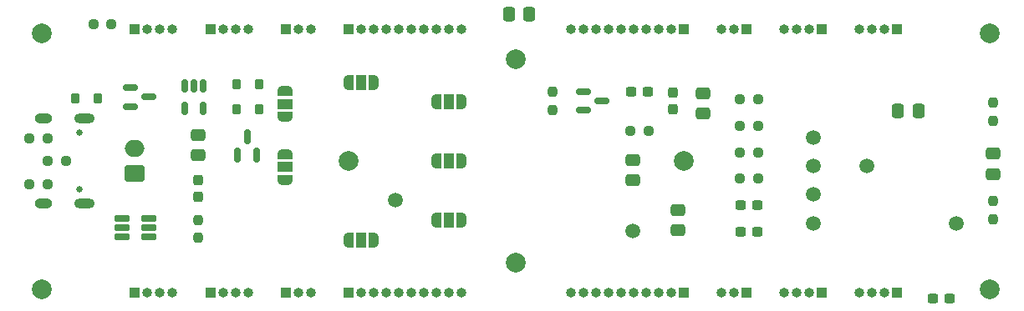
<source format=gbr>
%TF.GenerationSoftware,KiCad,Pcbnew,8.0.0*%
%TF.CreationDate,2024-12-15T19:06:57+00:00*%
%TF.ProjectId,main-board,6d61696e-2d62-46f6-9172-642e6b696361,rev?*%
%TF.SameCoordinates,Original*%
%TF.FileFunction,Soldermask,Bot*%
%TF.FilePolarity,Negative*%
%FSLAX46Y46*%
G04 Gerber Fmt 4.6, Leading zero omitted, Abs format (unit mm)*
G04 Created by KiCad (PCBNEW 8.0.0) date 2024-12-15 19:06:57*
%MOMM*%
%LPD*%
G01*
G04 APERTURE LIST*
G04 Aperture macros list*
%AMRoundRect*
0 Rectangle with rounded corners*
0 $1 Rounding radius*
0 $2 $3 $4 $5 $6 $7 $8 $9 X,Y pos of 4 corners*
0 Add a 4 corners polygon primitive as box body*
4,1,4,$2,$3,$4,$5,$6,$7,$8,$9,$2,$3,0*
0 Add four circle primitives for the rounded corners*
1,1,$1+$1,$2,$3*
1,1,$1+$1,$4,$5*
1,1,$1+$1,$6,$7*
1,1,$1+$1,$8,$9*
0 Add four rect primitives between the rounded corners*
20,1,$1+$1,$2,$3,$4,$5,0*
20,1,$1+$1,$4,$5,$6,$7,0*
20,1,$1+$1,$6,$7,$8,$9,0*
20,1,$1+$1,$8,$9,$2,$3,0*%
%AMFreePoly0*
4,1,19,0.550000,-0.750000,0.000000,-0.750000,0.000000,-0.744911,-0.071157,-0.744911,-0.207708,-0.704816,-0.327430,-0.627875,-0.420627,-0.520320,-0.479746,-0.390866,-0.500000,-0.250000,-0.500000,0.250000,-0.479746,0.390866,-0.420627,0.520320,-0.327430,0.627875,-0.207708,0.704816,-0.071157,0.744911,0.000000,0.744911,0.000000,0.750000,0.550000,0.750000,0.550000,-0.750000,0.550000,-0.750000,
$1*%
%AMFreePoly1*
4,1,19,0.000000,0.744911,0.071157,0.744911,0.207708,0.704816,0.327430,0.627875,0.420627,0.520320,0.479746,0.390866,0.500000,0.250000,0.500000,-0.250000,0.479746,-0.390866,0.420627,-0.520320,0.327430,-0.627875,0.207708,-0.704816,0.071157,-0.744911,0.000000,-0.744911,0.000000,-0.750000,-0.550000,-0.750000,-0.550000,0.750000,0.000000,0.750000,0.000000,0.744911,0.000000,0.744911,
$1*%
G04 Aperture macros list end*
%ADD10R,1.000000X1.000000*%
%ADD11O,1.000000X1.000000*%
%ADD12C,2.000000*%
%ADD13C,0.650000*%
%ADD14O,2.100000X1.000000*%
%ADD15O,1.800000X1.000000*%
%ADD16RoundRect,0.250000X-0.475000X0.337500X-0.475000X-0.337500X0.475000X-0.337500X0.475000X0.337500X0*%
%ADD17C,1.500000*%
%ADD18RoundRect,0.237500X-0.250000X-0.237500X0.250000X-0.237500X0.250000X0.237500X-0.250000X0.237500X0*%
%ADD19RoundRect,0.150000X-0.150000X0.512500X-0.150000X-0.512500X0.150000X-0.512500X0.150000X0.512500X0*%
%ADD20RoundRect,0.250000X0.475000X-0.337500X0.475000X0.337500X-0.475000X0.337500X-0.475000X-0.337500X0*%
%ADD21FreePoly0,90.000000*%
%ADD22R,1.500000X1.000000*%
%ADD23FreePoly1,90.000000*%
%ADD24FreePoly0,180.000000*%
%ADD25R,1.000000X1.500000*%
%ADD26FreePoly1,180.000000*%
%ADD27RoundRect,0.237500X-0.237500X0.250000X-0.237500X-0.250000X0.237500X-0.250000X0.237500X0.250000X0*%
%ADD28RoundRect,0.250000X0.337500X0.475000X-0.337500X0.475000X-0.337500X-0.475000X0.337500X-0.475000X0*%
%ADD29RoundRect,0.162500X0.617500X0.162500X-0.617500X0.162500X-0.617500X-0.162500X0.617500X-0.162500X0*%
%ADD30RoundRect,0.102000X0.315000X0.415000X-0.315000X0.415000X-0.315000X-0.415000X0.315000X-0.415000X0*%
%ADD31RoundRect,0.150000X0.150000X-0.587500X0.150000X0.587500X-0.150000X0.587500X-0.150000X-0.587500X0*%
%ADD32RoundRect,0.237500X-0.300000X-0.237500X0.300000X-0.237500X0.300000X0.237500X-0.300000X0.237500X0*%
%ADD33RoundRect,0.237500X0.250000X0.237500X-0.250000X0.237500X-0.250000X-0.237500X0.250000X-0.237500X0*%
%ADD34RoundRect,0.250000X-0.337500X-0.475000X0.337500X-0.475000X0.337500X0.475000X-0.337500X0.475000X0*%
%ADD35RoundRect,0.237500X0.237500X-0.250000X0.237500X0.250000X-0.237500X0.250000X-0.237500X-0.250000X0*%
%ADD36RoundRect,0.237500X0.300000X0.237500X-0.300000X0.237500X-0.300000X-0.237500X0.300000X-0.237500X0*%
%ADD37RoundRect,0.250000X0.750000X-0.600000X0.750000X0.600000X-0.750000X0.600000X-0.750000X-0.600000X0*%
%ADD38O,2.000000X1.700000*%
%ADD39RoundRect,0.150000X-0.587500X-0.150000X0.587500X-0.150000X0.587500X0.150000X-0.587500X0.150000X0*%
%ADD40RoundRect,0.237500X0.237500X-0.300000X0.237500X0.300000X-0.237500X0.300000X-0.237500X-0.300000X0*%
%ADD41RoundRect,0.102000X-0.315000X-0.415000X0.315000X-0.415000X0.315000X0.415000X-0.315000X0.415000X0*%
G04 APERTURE END LIST*
D10*
%TO.C,SW_C1*%
X76650000Y-113400000D03*
D11*
X77920000Y-113400000D03*
X79190000Y-113400000D03*
%TD*%
D12*
%TO.C,H3*%
X100000000Y-89700000D03*
%TD*%
%TO.C,H8*%
X117000000Y-100000000D03*
%TD*%
%TO.C,H1*%
X52000000Y-87000000D03*
%TD*%
%TO.C,H5*%
X148000000Y-87000000D03*
%TD*%
D10*
%TO.C,PWR1*%
X61400000Y-113400000D03*
D11*
X62670000Y-113400000D03*
X63940000Y-113400000D03*
X65210000Y-113400000D03*
%TD*%
D10*
%TO.C,DD1*%
X83005000Y-113400000D03*
D11*
X84275000Y-113400000D03*
X85545000Y-113400000D03*
X86815000Y-113400000D03*
X88085000Y-113400000D03*
X89355000Y-113400000D03*
X90625000Y-113400000D03*
X91895000Y-113400000D03*
X93165000Y-113400000D03*
X94435000Y-113400000D03*
%TD*%
D12*
%TO.C,H6*%
X148000000Y-113000000D03*
%TD*%
D10*
%TO.C,CA3*%
X69025000Y-86600000D03*
D11*
X70295000Y-86600000D03*
X71565000Y-86600000D03*
X72835000Y-86600000D03*
%TD*%
D10*
%TO.C,SW_C2*%
X123350000Y-113400000D03*
D11*
X122080000Y-113400000D03*
X120810000Y-113400000D03*
%TD*%
D10*
%TO.C,CA1*%
X69025000Y-113400000D03*
D11*
X70295000Y-113400000D03*
X71565000Y-113400000D03*
X72835000Y-113400000D03*
%TD*%
D12*
%TO.C,H4*%
X100000000Y-110300000D03*
%TD*%
D10*
%TO.C,DD4*%
X116995000Y-86600000D03*
D11*
X115725000Y-86600000D03*
X114455000Y-86600000D03*
X113185000Y-86600000D03*
X111915000Y-86600000D03*
X110645000Y-86600000D03*
X109375000Y-86600000D03*
X108105000Y-86600000D03*
X106835000Y-86600000D03*
X105565000Y-86600000D03*
%TD*%
D10*
%TO.C,DD2*%
X116995000Y-113400000D03*
D11*
X115725000Y-113400000D03*
X114455000Y-113400000D03*
X113185000Y-113400000D03*
X111915000Y-113400000D03*
X110645000Y-113400000D03*
X109375000Y-113400000D03*
X108105000Y-113400000D03*
X106835000Y-113400000D03*
X105565000Y-113400000D03*
%TD*%
D10*
%TO.C,SW_C4*%
X123350000Y-86600000D03*
D11*
X122080000Y-86600000D03*
X120810000Y-86600000D03*
%TD*%
D10*
%TO.C,PWR2*%
X138600000Y-113400000D03*
D11*
X137330000Y-113400000D03*
X136060000Y-113400000D03*
X134790000Y-113400000D03*
%TD*%
D12*
%TO.C,H7*%
X83000000Y-100000000D03*
%TD*%
D10*
%TO.C,CA4*%
X130975000Y-86600000D03*
D11*
X129705000Y-86600000D03*
X128435000Y-86600000D03*
X127165000Y-86600000D03*
%TD*%
D12*
%TO.C,H2*%
X52000000Y-113000000D03*
%TD*%
D10*
%TO.C,SW_C3*%
X76650000Y-86600000D03*
D11*
X77920000Y-86600000D03*
X79190000Y-86600000D03*
%TD*%
D10*
%TO.C,PWR4*%
X138600000Y-86600000D03*
D11*
X137330000Y-86600000D03*
X136060000Y-86600000D03*
X134790000Y-86600000D03*
%TD*%
D10*
%TO.C,PWR3*%
X61400000Y-86600000D03*
D11*
X62670000Y-86600000D03*
X63940000Y-86600000D03*
X65210000Y-86600000D03*
%TD*%
D13*
%TO.C,J1*%
X55780000Y-97090000D03*
X55780000Y-102870000D03*
D14*
X56280000Y-95660000D03*
D15*
X52100000Y-95660000D03*
D14*
X56280000Y-104300000D03*
D15*
X52100000Y-104300000D03*
%TD*%
D10*
%TO.C,DD3*%
X83005000Y-86600000D03*
D11*
X84275000Y-86600000D03*
X85545000Y-86600000D03*
X86815000Y-86600000D03*
X88085000Y-86600000D03*
X89355000Y-86600000D03*
X90625000Y-86600000D03*
X91895000Y-86600000D03*
X93165000Y-86600000D03*
X94435000Y-86600000D03*
%TD*%
D10*
%TO.C,CA2*%
X130975000Y-113400000D03*
D11*
X129705000Y-113400000D03*
X128435000Y-113400000D03*
X127165000Y-113400000D03*
%TD*%
D16*
%TO.C,C16*%
X67800000Y-97362500D03*
X67800000Y-99437500D03*
%TD*%
D17*
%TO.C,GND*%
X130100000Y-106300000D03*
%TD*%
D18*
%TO.C,R9*%
X122687500Y-96400000D03*
X124512500Y-96400000D03*
%TD*%
D19*
%TO.C,U5*%
X66437500Y-92375000D03*
X67387500Y-92375000D03*
X68337500Y-92375000D03*
X68337500Y-94650000D03*
X66437500Y-94650000D03*
%TD*%
D20*
%TO.C,C1*%
X148300000Y-101337500D03*
X148300000Y-99262500D03*
%TD*%
D21*
%TO.C,SW_2*%
X76600000Y-101900000D03*
D22*
X76600000Y-100600000D03*
D23*
X76600000Y-99300000D03*
%TD*%
D24*
%TO.C,ALT_A1*%
X85600000Y-108000000D03*
D25*
X84300000Y-108000000D03*
D26*
X83000000Y-108000000D03*
%TD*%
D27*
%TO.C,R12*%
X103700000Y-92987500D03*
X103700000Y-94812500D03*
%TD*%
D28*
%TO.C,C3*%
X140737500Y-94900000D03*
X138662500Y-94900000D03*
%TD*%
D29*
%TO.C,U7*%
X62800000Y-105825000D03*
X62800000Y-106775000D03*
X62800000Y-107725000D03*
X60100000Y-107725000D03*
X60100000Y-106775000D03*
X60100000Y-105825000D03*
%TD*%
D30*
%TO.C,D9*%
X71650000Y-94700000D03*
X73950000Y-94700000D03*
%TD*%
D31*
%TO.C,Q7*%
X73700000Y-99400000D03*
X71800000Y-99400000D03*
X72750000Y-97525000D03*
%TD*%
D17*
%TO.C,12*%
X130100000Y-100500000D03*
%TD*%
D30*
%TO.C,D8*%
X71650000Y-92200000D03*
X73950000Y-92200000D03*
%TD*%
D32*
%TO.C,R19*%
X142175000Y-114000000D03*
X143900000Y-114000000D03*
%TD*%
D33*
%TO.C,R7*%
X54412500Y-100000000D03*
X52587500Y-100000000D03*
%TD*%
D26*
%TO.C,AB_2*%
X91900000Y-94000000D03*
D25*
X93200000Y-94000000D03*
D24*
X94500000Y-94000000D03*
%TD*%
D33*
%TO.C,R17*%
X124512500Y-101800000D03*
X122687500Y-101800000D03*
%TD*%
D27*
%TO.C,R2*%
X148312500Y-94087500D03*
X148312500Y-95912500D03*
%TD*%
D34*
%TO.C,C12*%
X99262500Y-85100000D03*
X101337500Y-85100000D03*
%TD*%
D35*
%TO.C,R34*%
X67800000Y-107812500D03*
X67800000Y-105987500D03*
%TD*%
D36*
%TO.C,R22*%
X124462500Y-104500000D03*
X122737500Y-104500000D03*
%TD*%
D33*
%TO.C,R11*%
X124512500Y-93700000D03*
X122687500Y-93700000D03*
%TD*%
D37*
%TO.C,BAT1*%
X61350000Y-101250000D03*
D38*
X61350000Y-98750000D03*
%TD*%
D33*
%TO.C,R1*%
X52512500Y-97700000D03*
X50687500Y-97700000D03*
%TD*%
D35*
%TO.C,R5*%
X148312500Y-105912500D03*
X148312500Y-104087500D03*
%TD*%
D39*
%TO.C,Q2*%
X106825000Y-94850000D03*
X106825000Y-92950000D03*
X108700000Y-93900000D03*
%TD*%
D40*
%TO.C,R14*%
X115900000Y-94762500D03*
X115900000Y-93037500D03*
%TD*%
D41*
%TO.C,D10*%
X57650000Y-93600000D03*
X55350000Y-93600000D03*
%TD*%
D24*
%TO.C,AB_1*%
X94500000Y-100000000D03*
D25*
X93200000Y-100000000D03*
D26*
X91900000Y-100000000D03*
%TD*%
D18*
%TO.C,R8*%
X50687500Y-102400000D03*
X52512500Y-102400000D03*
%TD*%
D24*
%TO.C,AB_3*%
X94500000Y-106000000D03*
D25*
X93200000Y-106000000D03*
D26*
X91900000Y-106000000D03*
%TD*%
D36*
%TO.C,R21*%
X124462500Y-107200000D03*
X122737500Y-107200000D03*
%TD*%
D32*
%TO.C,R13*%
X111637500Y-93000000D03*
X113362500Y-93000000D03*
%TD*%
D21*
%TO.C,SW_1*%
X76600000Y-95500000D03*
D22*
X76600000Y-94200000D03*
D23*
X76600000Y-92900000D03*
%TD*%
D17*
%TO.C,46*%
X144600000Y-106300000D03*
%TD*%
%TO.C,GND*%
X87800000Y-104000000D03*
%TD*%
D39*
%TO.C,Q6*%
X60925000Y-94450000D03*
X60925000Y-92550000D03*
X62800000Y-93500000D03*
%TD*%
D33*
%TO.C,R30*%
X59012500Y-86100000D03*
X57187500Y-86100000D03*
%TD*%
D17*
%TO.C,GND*%
X135500000Y-100500000D03*
%TD*%
%TO.C,GND*%
X111800000Y-107100000D03*
%TD*%
D24*
%TO.C,ALT_B1*%
X85600000Y-92000000D03*
D25*
X84300000Y-92000000D03*
D26*
X83000000Y-92000000D03*
%TD*%
D17*
%TO.C,13*%
X130100000Y-103400000D03*
%TD*%
D33*
%TO.C,R18*%
X124512500Y-99100000D03*
X122687500Y-99100000D03*
%TD*%
%TO.C,R16*%
X113412500Y-96900000D03*
X111587500Y-96900000D03*
%TD*%
D16*
%TO.C,C7*%
X116400000Y-104962500D03*
X116400000Y-107037500D03*
%TD*%
D40*
%TO.C,C18*%
X67800000Y-103662500D03*
X67800000Y-101937500D03*
%TD*%
D16*
%TO.C,C6*%
X118900000Y-93100000D03*
X118900000Y-95175000D03*
%TD*%
D20*
%TO.C,C8*%
X111800000Y-101937500D03*
X111800000Y-99862500D03*
%TD*%
D17*
%TO.C,11*%
X130100000Y-97600000D03*
%TD*%
M02*

</source>
